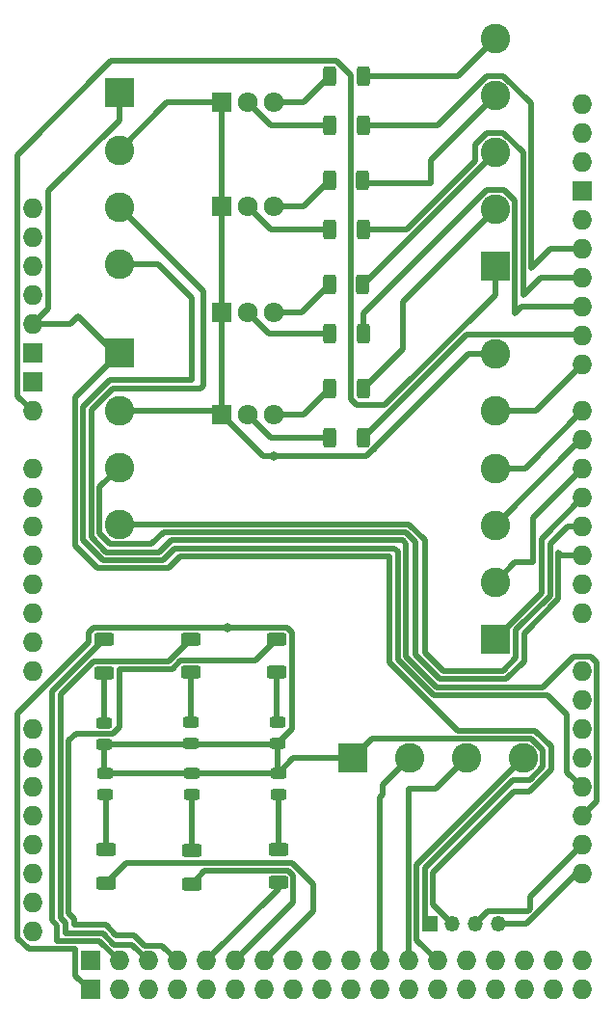
<source format=gbr>
%TF.GenerationSoftware,KiCad,Pcbnew,7.0.6-0*%
%TF.CreationDate,2023-09-22T13:52:59-04:00*%
%TF.ProjectId,SurfaceMounted,53757266-6163-4654-9d6f-756e7465642e,rev?*%
%TF.SameCoordinates,Original*%
%TF.FileFunction,Copper,L1,Top*%
%TF.FilePolarity,Positive*%
%FSLAX46Y46*%
G04 Gerber Fmt 4.6, Leading zero omitted, Abs format (unit mm)*
G04 Created by KiCad (PCBNEW 7.0.6-0) date 2023-09-22 13:52:59*
%MOMM*%
%LPD*%
G01*
G04 APERTURE LIST*
G04 Aperture macros list*
%AMRoundRect*
0 Rectangle with rounded corners*
0 $1 Rounding radius*
0 $2 $3 $4 $5 $6 $7 $8 $9 X,Y pos of 4 corners*
0 Add a 4 corners polygon primitive as box body*
4,1,4,$2,$3,$4,$5,$6,$7,$8,$9,$2,$3,0*
0 Add four circle primitives for the rounded corners*
1,1,$1+$1,$2,$3*
1,1,$1+$1,$4,$5*
1,1,$1+$1,$6,$7*
1,1,$1+$1,$8,$9*
0 Add four rect primitives between the rounded corners*
20,1,$1+$1,$2,$3,$4,$5,0*
20,1,$1+$1,$4,$5,$6,$7,0*
20,1,$1+$1,$6,$7,$8,$9,0*
20,1,$1+$1,$8,$9,$2,$3,0*%
G04 Aperture macros list end*
%TA.AperFunction,ComponentPad*%
%ADD10O,1.727200X1.727200*%
%TD*%
%TA.AperFunction,ComponentPad*%
%ADD11R,1.727200X1.727200*%
%TD*%
%TA.AperFunction,ComponentPad*%
%ADD12R,1.350000X1.350000*%
%TD*%
%TA.AperFunction,ComponentPad*%
%ADD13O,1.350000X1.350000*%
%TD*%
%TA.AperFunction,SMDPad,CuDef*%
%ADD14RoundRect,0.243750X0.456250X-0.243750X0.456250X0.243750X-0.456250X0.243750X-0.456250X-0.243750X0*%
%TD*%
%TA.AperFunction,ComponentPad*%
%ADD15R,2.600000X2.600000*%
%TD*%
%TA.AperFunction,ComponentPad*%
%ADD16C,2.600000*%
%TD*%
%TA.AperFunction,SMDPad,CuDef*%
%ADD17RoundRect,0.250000X-0.312500X-0.625000X0.312500X-0.625000X0.312500X0.625000X-0.312500X0.625000X0*%
%TD*%
%TA.AperFunction,SMDPad,CuDef*%
%ADD18RoundRect,0.250000X-0.625000X0.312500X-0.625000X-0.312500X0.625000X-0.312500X0.625000X0.312500X0*%
%TD*%
%TA.AperFunction,SMDPad,CuDef*%
%ADD19RoundRect,0.243750X-0.456250X0.243750X-0.456250X-0.243750X0.456250X-0.243750X0.456250X0.243750X0*%
%TD*%
%TA.AperFunction,ComponentPad*%
%ADD20R,1.714500X1.800000*%
%TD*%
%TA.AperFunction,ComponentPad*%
%ADD21O,1.714500X1.800000*%
%TD*%
%TA.AperFunction,SMDPad,CuDef*%
%ADD22RoundRect,0.250000X0.625000X-0.312500X0.625000X0.312500X-0.625000X0.312500X-0.625000X-0.312500X0*%
%TD*%
%TA.AperFunction,ViaPad*%
%ADD23C,0.800000*%
%TD*%
%TA.AperFunction,Conductor*%
%ADD24C,0.500000*%
%TD*%
G04 APERTURE END LIST*
D10*
%TO.P,A1,*%
%TO.N,*%
X211073600Y-69344800D03*
%TO.P,A1,3V3,3.3V*%
%TO.N,unconnected-(A1-3.3V-Pad3V3)*%
X211073600Y-76964800D03*
%TO.P,A1,5V1,5V*%
%TO.N,+5V*%
X211073600Y-79504800D03*
%TO.P,A1,5V3,5V*%
%TO.N,unconnected-(A1-5V-Pad5V3)*%
X259333600Y-135384800D03*
%TO.P,A1,5V4,5V*%
%TO.N,unconnected-(A1-5V-Pad5V4)*%
X259333600Y-137924800D03*
%TO.P,A1,A0,A0*%
%TO.N,unconnected-(A1-PadA0)*%
X211073600Y-92204800D03*
%TO.P,A1,A1,A1*%
%TO.N,unconnected-(A1-PadA1)*%
X211073600Y-94744800D03*
%TO.P,A1,A2,A2*%
%TO.N,unconnected-(A1-PadA2)*%
X211073600Y-97284800D03*
%TO.P,A1,A3,A3*%
%TO.N,unconnected-(A1-PadA3)*%
X211073600Y-99824800D03*
%TO.P,A1,A4,A4*%
%TO.N,unconnected-(A1-PadA4)*%
X211073600Y-102364800D03*
%TO.P,A1,A5,A5*%
%TO.N,unconnected-(A1-PadA5)*%
X211073600Y-104904800D03*
%TO.P,A1,A6,A6*%
%TO.N,unconnected-(A1-PadA6)*%
X211073600Y-107444800D03*
%TO.P,A1,A7,A7*%
%TO.N,unconnected-(A1-PadA7)*%
X211073600Y-109984800D03*
%TO.P,A1,A8,A8*%
%TO.N,unconnected-(A1-PadA8)*%
X211073600Y-115064800D03*
%TO.P,A1,A9,A9*%
%TO.N,unconnected-(A1-PadA9)*%
X211073600Y-117604800D03*
%TO.P,A1,A10,A10*%
%TO.N,unconnected-(A1-PadA10)*%
X211073600Y-120144800D03*
%TO.P,A1,A11,A11*%
%TO.N,unconnected-(A1-PadA11)*%
X211073600Y-122684800D03*
%TO.P,A1,A12,A12*%
%TO.N,unconnected-(A1-PadA12)*%
X211073600Y-125224800D03*
%TO.P,A1,A13,A13*%
%TO.N,unconnected-(A1-PadA13)*%
X211073600Y-127764800D03*
%TO.P,A1,A14,A14*%
%TO.N,unconnected-(A1-PadA14)*%
X211073600Y-130304800D03*
%TO.P,A1,A15,A15*%
%TO.N,unconnected-(A1-PadA15)*%
X211073600Y-132844800D03*
%TO.P,A1,AREF,AREF*%
%TO.N,unconnected-(A1-PadAREF)*%
X259333600Y-65280800D03*
%TO.P,A1,D0,D0/RX0*%
%TO.N,unconnected-(A1-D0{slash}RX0-PadD0)*%
X259333600Y-104904800D03*
%TO.P,A1,D1,D1/TX0*%
%TO.N,unconnected-(A1-D1{slash}TX0-PadD1)*%
X259333600Y-102364800D03*
%TO.P,A1,D2,D2_INT0*%
%TO.N,Net-(A1-D2_INT0)*%
X259333600Y-99824800D03*
%TO.P,A1,D3,D3_INT1*%
%TO.N,Net-(A1-D3_INT1)*%
X259333600Y-97284800D03*
%TO.P,A1,D4,D4*%
%TO.N,Net-(Cameras/DAQ/Opto1-Pin_1)*%
X259333600Y-94744800D03*
%TO.P,A1,D5,D5*%
%TO.N,Net-(Cameras/DAQ/Opto1-Pin_2)*%
X259333600Y-92204800D03*
%TO.P,A1,D6,D6*%
%TO.N,Net-(Cameras/DAQ/Opto1-Pin_3)*%
X259333600Y-89664800D03*
%TO.P,A1,D7,D7*%
%TO.N,Net-(Cameras/DAQ/Opto1-Pin_4)*%
X259333600Y-87124800D03*
%TO.P,A1,D8,D8*%
%TO.N,Net-(Cameras/DAQ/Opto1-Pin_5)*%
X259333600Y-83060800D03*
%TO.P,A1,D9,D9*%
%TO.N,Net-(A1-PadD9)*%
X259333600Y-80520800D03*
%TO.P,A1,D10,D10*%
%TO.N,Net-(A1-PadD10)*%
X259333600Y-77980800D03*
%TO.P,A1,D11,D11*%
%TO.N,Net-(A1-PadD11)*%
X259333600Y-75440800D03*
%TO.P,A1,D12,D12*%
%TO.N,Net-(A1-PadD12)*%
X259333600Y-72900800D03*
%TO.P,A1,D13,D13*%
%TO.N,unconnected-(A1-PadD13)*%
X259333600Y-70360800D03*
%TO.P,A1,D14,D14/TX3*%
%TO.N,unconnected-(A1-D14{slash}TX3-PadD14)*%
X259333600Y-109984800D03*
%TO.P,A1,D15,D15/RX3*%
%TO.N,unconnected-(A1-D15{slash}RX3-PadD15)*%
X259333600Y-112524800D03*
%TO.P,A1,D16,D16/TX2*%
%TO.N,unconnected-(A1-D16{slash}TX2-PadD16)*%
X259333600Y-115064800D03*
%TO.P,A1,D17,D17/RX2*%
%TO.N,unconnected-(A1-D17{slash}RX2-PadD17)*%
X259333600Y-117604800D03*
%TO.P,A1,D18,D18/TX1*%
%TO.N,Net-(A1-D18{slash}TX1)*%
X259333600Y-120144800D03*
%TO.P,A1,D19,D19/RX1*%
%TO.N,Net-(A1-D19{slash}RX1)*%
X259333600Y-122684800D03*
%TO.P,A1,D20,D20/SDA*%
%TO.N,Net-(A1-D20{slash}SDA)*%
X259333600Y-125224800D03*
%TO.P,A1,D21,D21/SCL*%
%TO.N,Net-(A1-D21{slash}SCL)*%
X259333600Y-127764800D03*
%TO.P,A1,D22,D22*%
%TO.N,unconnected-(A1-PadD22)*%
X256793600Y-135384800D03*
%TO.P,A1,D23,D23*%
%TO.N,unconnected-(A1-PadD23)*%
X256793600Y-137924800D03*
%TO.P,A1,D24,D24*%
%TO.N,unconnected-(A1-PadD24)*%
X254253600Y-135384800D03*
%TO.P,A1,D25,D25*%
%TO.N,unconnected-(A1-PadD25)*%
X254253600Y-137924800D03*
%TO.P,A1,D26,D26*%
%TO.N,unconnected-(A1-PadD26)*%
X251713600Y-135384800D03*
%TO.P,A1,D27,D27*%
%TO.N,unconnected-(A1-PadD27)*%
X251713600Y-137924800D03*
%TO.P,A1,D28,D28*%
%TO.N,unconnected-(A1-PadD28)*%
X249173600Y-135384800D03*
%TO.P,A1,D29,D29*%
%TO.N,unconnected-(A1-PadD29)*%
X249173600Y-137924800D03*
%TO.P,A1,D30,D30*%
%TO.N,Net-(Other1-Pin_4)*%
X246633600Y-135384800D03*
%TO.P,A1,D31,D31*%
%TO.N,unconnected-(A1-PadD31)*%
X246633600Y-137924800D03*
%TO.P,A1,D32,D32*%
%TO.N,Net-(Other1-Pin_3)*%
X244093600Y-135384800D03*
%TO.P,A1,D33,D33*%
%TO.N,unconnected-(A1-PadD33)*%
X244093600Y-137924800D03*
%TO.P,A1,D34,D34*%
%TO.N,Net-(Other1-Pin_2)*%
X241553600Y-135384800D03*
%TO.P,A1,D35,D35*%
%TO.N,unconnected-(A1-PadD35)*%
X241553600Y-137924800D03*
%TO.P,A1,D36,D36*%
%TO.N,unconnected-(A1-PadD36)*%
X239013600Y-135384800D03*
%TO.P,A1,D37,D37*%
%TO.N,unconnected-(A1-PadD37)*%
X239013600Y-137924800D03*
%TO.P,A1,D38,D38*%
%TO.N,unconnected-(A1-PadD38)*%
X236473600Y-135384800D03*
%TO.P,A1,D39,D39*%
%TO.N,unconnected-(A1-PadD39)*%
X236473600Y-137924800D03*
%TO.P,A1,D40,D40*%
%TO.N,unconnected-(A1-PadD40)*%
X233933600Y-135384800D03*
%TO.P,A1,D41,D41*%
%TO.N,unconnected-(A1-PadD41)*%
X233933600Y-137924800D03*
%TO.P,A1,D42,D42*%
%TO.N,Net-(A1-PadD42)*%
X231393600Y-135384800D03*
%TO.P,A1,D43,D43*%
%TO.N,unconnected-(A1-PadD43)*%
X231393600Y-137924800D03*
%TO.P,A1,D44,D44*%
%TO.N,Net-(A1-PadD44)*%
X228853600Y-135384800D03*
%TO.P,A1,D45,D45*%
%TO.N,unconnected-(A1-PadD45)*%
X228853600Y-137924800D03*
%TO.P,A1,D46,D46*%
%TO.N,Net-(A1-PadD46)*%
X226313600Y-135384800D03*
%TO.P,A1,D47,D47*%
%TO.N,unconnected-(A1-PadD47)*%
X226313600Y-137924800D03*
%TO.P,A1,D48,D48*%
%TO.N,Net-(A1-PadD48)*%
X223773600Y-135384800D03*
%TO.P,A1,D49,D49*%
%TO.N,unconnected-(A1-PadD49)*%
X223773600Y-137924800D03*
%TO.P,A1,D50,D50_MISO*%
%TO.N,Net-(A1-D50_MISO)*%
X221233600Y-135384800D03*
%TO.P,A1,D51,D51_MOSI*%
%TO.N,unconnected-(A1-D51_MOSI-PadD51)*%
X221233600Y-137924800D03*
%TO.P,A1,D52,D52_SCK*%
%TO.N,Net-(A1-D52_SCK)*%
X218693600Y-135384800D03*
%TO.P,A1,D53,D53_CS*%
%TO.N,unconnected-(A1-D53_CS-PadD53)*%
X218693600Y-137924800D03*
D11*
%TO.P,A1,GND1,GND*%
%TO.N,unconnected-(A1-GND-PadGND1)*%
X259333600Y-67820800D03*
%TO.P,A1,GND2,GND*%
%TO.N,unconnected-(A1-GND-PadGND2)*%
X211073600Y-82044800D03*
%TO.P,A1,GND3,GND*%
%TO.N,unconnected-(A1-GND-PadGND3)*%
X211073600Y-84584800D03*
%TO.P,A1,GND5,GND*%
%TO.N,unconnected-(A1-GND-PadGND5)*%
X216153600Y-135384800D03*
%TO.P,A1,GND6,GND*%
%TO.N,GND*%
X216153600Y-137924800D03*
D10*
%TO.P,A1,IORF,IOREF*%
%TO.N,unconnected-(A1-IOREF-PadIORF)*%
X211073600Y-71884800D03*
%TO.P,A1,RST1,RESET*%
%TO.N,unconnected-(A1-RESET-PadRST1)*%
X211073600Y-74424800D03*
%TO.P,A1,SCL,SCL*%
%TO.N,unconnected-(A1-PadSCL)*%
X259333600Y-60200800D03*
%TO.P,A1,SDA,SDA*%
%TO.N,unconnected-(A1-PadSDA)*%
X259333600Y-62740800D03*
%TO.P,A1,VIN,VIN*%
%TO.N,VCC*%
X211073600Y-87124800D03*
%TD*%
D12*
%TO.P,Real_Time_Clock,1,Pin_1*%
%TO.N,GND*%
X245961400Y-132156200D03*
D13*
%TO.P,Real_Time_Clock,2,Pin_2*%
%TO.N,+5V*%
X247961400Y-132156200D03*
%TO.P,Real_Time_Clock,3,Pin_3*%
%TO.N,Net-(A1-D20{slash}SDA)*%
X249961400Y-132156200D03*
%TO.P,Real_Time_Clock,4,Pin_4*%
%TO.N,Net-(A1-D21{slash}SCL)*%
X251961400Y-132156200D03*
%TD*%
D14*
%TO.P,V_LED4,1,K*%
%TO.N,GND*%
X232613200Y-116281200D03*
%TO.P,V_LED4,2,A*%
%TO.N,Net-(V_LED4-A)*%
X232613200Y-114406200D03*
%TD*%
D15*
%TO.P,UV_Leds/IR_LEDs,1,Pin_1*%
%TO.N,VCC*%
X251714000Y-74422000D03*
D16*
%TO.P,UV_Leds/IR_LEDs,2,Pin_2*%
%TO.N,Net-(UV_Leds/IR_LEDs1-Pin_2)*%
X251714000Y-69422000D03*
%TO.P,UV_Leds/IR_LEDs,3,Pin_3*%
%TO.N,Net-(UV_Leds/IR_LEDs1-Pin_3)*%
X251714000Y-64422000D03*
%TO.P,UV_Leds/IR_LEDs,4,Pin_4*%
%TO.N,Net-(UV_Leds/IR_LEDs1-Pin_4)*%
X251714000Y-59422000D03*
%TO.P,UV_Leds/IR_LEDs,5,Pin_5*%
%TO.N,Net-(UV_Leds/IR_LEDs1-Pin_5)*%
X251714000Y-54422000D03*
%TD*%
D15*
%TO.P,Rotary_Encoder1,1,Pin_1*%
%TO.N,+5V*%
X218694000Y-59182000D03*
D16*
%TO.P,Rotary_Encoder1,2,Pin_2*%
%TO.N,GND*%
X218694000Y-64182000D03*
%TO.P,Rotary_Encoder1,3,Pin_3*%
%TO.N,Net-(A1-D19{slash}RX1)*%
X218694000Y-69182000D03*
%TO.P,Rotary_Encoder1,4,Pin_4*%
%TO.N,Net-(A1-D18{slash}TX1)*%
X218694000Y-74182000D03*
%TD*%
D15*
%TO.P,Rotary_Encoder2,1,Pin_1*%
%TO.N,+5V*%
X218694000Y-82042000D03*
D16*
%TO.P,Rotary_Encoder2,2,Pin_2*%
%TO.N,GND*%
X218694000Y-87042000D03*
%TO.P,Rotary_Encoder2,3,Pin_3*%
%TO.N,Net-(A1-D2_INT0)*%
X218694000Y-92042000D03*
%TO.P,Rotary_Encoder2,4,Pin_4*%
%TO.N,Net-(A1-D3_INT1)*%
X218694000Y-97042000D03*
%TD*%
D14*
%TO.P,V_LED6,1,K*%
%TO.N,GND*%
X217393200Y-116348700D03*
%TO.P,V_LED6,2,A*%
%TO.N,Net-(V_LED6-A)*%
X217393200Y-114473700D03*
%TD*%
D17*
%TO.P,R1,1*%
%TO.N,Net-(Q1-B)*%
X237206600Y-89458800D03*
%TO.P,R1,2*%
%TO.N,Net-(A1-PadD9)*%
X240131600Y-89458800D03*
%TD*%
D18*
%TO.P,V_LED_R3,1*%
%TO.N,Net-(V_LED3-A)*%
X232660000Y-125580000D03*
%TO.P,V_LED_R3,2*%
%TO.N,Net-(A1-PadD46)*%
X232660000Y-128505000D03*
%TD*%
D19*
%TO.P,V_LED1,1,K*%
%TO.N,GND*%
X217424000Y-118922800D03*
%TO.P,V_LED1,2,A*%
%TO.N,Net-(V_LED1-A)*%
X217424000Y-120797800D03*
%TD*%
D17*
%TO.P,R6,1*%
%TO.N,Net-(Q3-B)*%
X237200000Y-62030000D03*
%TO.P,R6,2*%
%TO.N,Net-(A1-PadD12)*%
X240125000Y-62030000D03*
%TD*%
D19*
%TO.P,V_LED2,1,K*%
%TO.N,GND*%
X225040000Y-118922500D03*
%TO.P,V_LED2,2,A*%
%TO.N,Net-(V_LED2-A)*%
X225040000Y-120797500D03*
%TD*%
D15*
%TO.P,Other,1,Pin_1*%
%TO.N,GND*%
X239174000Y-117602000D03*
D16*
%TO.P,Other,2,Pin_2*%
%TO.N,Net-(Other1-Pin_2)*%
X244174000Y-117602000D03*
%TO.P,Other,3,Pin_3*%
%TO.N,Net-(Other1-Pin_3)*%
X249174000Y-117602000D03*
%TO.P,Other,4,Pin_4*%
%TO.N,Net-(Other1-Pin_4)*%
X254174000Y-117602000D03*
%TD*%
D20*
%TO.P,Q3,1,E*%
%TO.N,GND*%
X227685600Y-59994800D03*
D21*
%TO.P,Q3,2,B*%
%TO.N,Net-(Q3-B)*%
X229971600Y-59994800D03*
%TO.P,Q3,3,C*%
%TO.N,Net-(Q3-C)*%
X232257600Y-59994800D03*
%TD*%
D17*
%TO.P,R2,1*%
%TO.N,Net-(Q4-B)*%
X237210600Y-80314800D03*
%TO.P,R2,2*%
%TO.N,Net-(A1-PadD10)*%
X240135600Y-80314800D03*
%TD*%
D18*
%TO.P,V_LED_R2,1*%
%TO.N,Net-(V_LED2-A)*%
X225080000Y-125690000D03*
%TO.P,V_LED_R2,2*%
%TO.N,Net-(A1-PadD44)*%
X225080000Y-128615000D03*
%TD*%
D22*
%TO.P,V_LED_R4,1*%
%TO.N,Net-(V_LED4-A)*%
X232562400Y-110062200D03*
%TO.P,V_LED_R4,2*%
%TO.N,Net-(A1-PadD48)*%
X232562400Y-107137200D03*
%TD*%
D19*
%TO.P,V_LED3,1,K*%
%TO.N,GND*%
X232664000Y-118930000D03*
%TO.P,V_LED3,2,A*%
%TO.N,Net-(V_LED3-A)*%
X232664000Y-120805000D03*
%TD*%
D17*
%TO.P,R4,1*%
%TO.N,Net-(Q2-B)*%
X237210600Y-71170800D03*
%TO.P,R4,2*%
%TO.N,Net-(A1-PadD11)*%
X240135600Y-71170800D03*
%TD*%
D20*
%TO.P,Q2,1,E*%
%TO.N,GND*%
X227685600Y-69138800D03*
D21*
%TO.P,Q2,2,B*%
%TO.N,Net-(Q2-B)*%
X229971600Y-69138800D03*
%TO.P,Q2,3,C*%
%TO.N,Net-(Q2-C)*%
X232257600Y-69138800D03*
%TD*%
D17*
%TO.P,R3,1*%
%TO.N,Net-(Q1-C)*%
X237206600Y-85140800D03*
%TO.P,R3,2*%
%TO.N,Net-(UV_Leds/IR_LEDs1-Pin_2)*%
X240131600Y-85140800D03*
%TD*%
%TO.P,R5,1*%
%TO.N,Net-(Q4-C)*%
X237159800Y-75996800D03*
%TO.P,R5,2*%
%TO.N,Net-(UV_Leds/IR_LEDs1-Pin_3)*%
X240084800Y-75996800D03*
%TD*%
%TO.P,R7,1*%
%TO.N,Net-(Q2-C)*%
X237147500Y-66850000D03*
%TO.P,R7,2*%
%TO.N,Net-(UV_Leds/IR_LEDs1-Pin_4)*%
X240072500Y-66850000D03*
%TD*%
D18*
%TO.P,V_LED_R1,1*%
%TO.N,Net-(V_LED1-A)*%
X217520000Y-125630000D03*
%TO.P,V_LED_R1,2*%
%TO.N,Net-(A1-PadD42)*%
X217520000Y-128555000D03*
%TD*%
D22*
%TO.P,V_LED_R5,1*%
%TO.N,Net-(V_LED5-A)*%
X224993200Y-110062200D03*
%TO.P,V_LED_R5,2*%
%TO.N,Net-(A1-D50_MISO)*%
X224993200Y-107137200D03*
%TD*%
%TO.P,V_LED_R6,1*%
%TO.N,Net-(V_LED6-A)*%
X217373200Y-110072900D03*
%TO.P,V_LED_R6,2*%
%TO.N,Net-(A1-D52_SCK)*%
X217373200Y-107147900D03*
%TD*%
D14*
%TO.P,V_LED5,1,K*%
%TO.N,GND*%
X224983200Y-116301200D03*
%TO.P,V_LED5,2,A*%
%TO.N,Net-(V_LED5-A)*%
X224983200Y-114426200D03*
%TD*%
D20*
%TO.P,Q4,1,E*%
%TO.N,GND*%
X227685600Y-78435200D03*
D21*
%TO.P,Q4,2,B*%
%TO.N,Net-(Q4-B)*%
X229971600Y-78435200D03*
%TO.P,Q4,3,C*%
%TO.N,Net-(Q4-C)*%
X232257600Y-78435200D03*
%TD*%
D20*
%TO.P,Q1,1,E*%
%TO.N,GND*%
X227685600Y-87426800D03*
D21*
%TO.P,Q1,2,B*%
%TO.N,Net-(Q1-B)*%
X229971600Y-87426800D03*
%TO.P,Q1,3,C*%
%TO.N,Net-(Q1-C)*%
X232257600Y-87426800D03*
%TD*%
D15*
%TO.P,Cameras/DAQ/Opto,1,Pin_1*%
%TO.N,Net-(Cameras/DAQ/Opto1-Pin_1)*%
X251714000Y-107122000D03*
D16*
%TO.P,Cameras/DAQ/Opto,2,Pin_2*%
%TO.N,Net-(Cameras/DAQ/Opto1-Pin_2)*%
X251714000Y-102122000D03*
%TO.P,Cameras/DAQ/Opto,3,Pin_3*%
%TO.N,Net-(Cameras/DAQ/Opto1-Pin_3)*%
X251714000Y-97122000D03*
%TO.P,Cameras/DAQ/Opto,4,Pin_4*%
%TO.N,Net-(Cameras/DAQ/Opto1-Pin_4)*%
X251714000Y-92122000D03*
%TO.P,Cameras/DAQ/Opto,5,Pin_5*%
%TO.N,Net-(Cameras/DAQ/Opto1-Pin_5)*%
X251714000Y-87122000D03*
%TO.P,Cameras/DAQ/Opto,6,Pin_6*%
%TO.N,GND*%
X251714000Y-82122000D03*
%TD*%
D17*
%TO.P,R8,1*%
%TO.N,Net-(Q3-C)*%
X237210000Y-57710000D03*
%TO.P,R8,2*%
%TO.N,Net-(UV_Leds/IR_LEDs1-Pin_5)*%
X240135000Y-57710000D03*
%TD*%
D23*
%TO.N,GND*%
X232250000Y-91084400D03*
X228200000Y-106124700D03*
%TD*%
D24*
%TO.N,+5V*%
X242466213Y-109215210D02*
X242466213Y-99861600D01*
X214844000Y-85892000D02*
X218694000Y-82042000D01*
X212496400Y-78082000D02*
X211073600Y-79504800D01*
X256624000Y-118616824D02*
X256624000Y-116587176D01*
X214844000Y-98918400D02*
X214844000Y-85892000D01*
X247961400Y-132156200D02*
X246236400Y-130431200D01*
X256624000Y-116587176D02*
X255188824Y-115152000D01*
X215087200Y-78790800D02*
X214373200Y-79504800D01*
X246236400Y-130431200D02*
X246236400Y-127651600D01*
X255188824Y-115152000D02*
X248403003Y-115152000D01*
X224078800Y-99861600D02*
X223048400Y-100892000D01*
X216817600Y-100892000D02*
X214844000Y-98918400D01*
X248403003Y-115152000D02*
X242466213Y-109215210D01*
X218694000Y-59182000D02*
X218694000Y-61569600D01*
X212496400Y-67767200D02*
X212496400Y-78082000D01*
X246236400Y-127651600D02*
X253390400Y-120497600D01*
X218338400Y-82042000D02*
X215087200Y-78790800D01*
X218694000Y-82042000D02*
X218338400Y-82042000D01*
X218694000Y-61569600D02*
X212496400Y-67767200D01*
X253390400Y-120497600D02*
X254743224Y-120497600D01*
X242466213Y-99861600D02*
X224078800Y-99861600D01*
X254743224Y-120497600D02*
X256624000Y-118616824D01*
X223048400Y-100892000D02*
X216817600Y-100892000D01*
X214373200Y-79504800D02*
X211073600Y-79504800D01*
%TO.N,Net-(A1-D2_INT0)*%
X243869176Y-97742000D02*
X244754400Y-98627224D01*
X216944000Y-97868800D02*
X217867200Y-98792000D01*
X216944000Y-93792000D02*
X216944000Y-97868800D01*
X254242800Y-109083149D02*
X254242800Y-106614350D01*
X254242800Y-106614350D02*
X257240000Y-103617149D01*
X246852050Y-110631200D02*
X252694750Y-110631200D01*
X252694750Y-110631200D02*
X254242800Y-109083149D01*
X257496800Y-99824800D02*
X259333600Y-99824800D01*
X222605600Y-97742000D02*
X243869176Y-97742000D01*
X257240000Y-103617149D02*
X257240000Y-99568000D01*
X221555600Y-98792000D02*
X222605600Y-97742000D01*
X244754400Y-98627224D02*
X244754400Y-108533550D01*
X244754400Y-108533550D02*
X246852050Y-110631200D01*
X218694000Y-92042000D02*
X216944000Y-93792000D01*
X217867200Y-98792000D02*
X221555600Y-98792000D01*
X257240000Y-99568000D02*
X257496800Y-99824800D01*
%TO.N,Net-(A1-D3_INT1)*%
X252404800Y-109931200D02*
X253542800Y-108793200D01*
X245567200Y-98450074D02*
X245567200Y-108356400D01*
X253542800Y-106324400D02*
X256540000Y-103327200D01*
X253542800Y-108793200D02*
X253542800Y-106324400D01*
X244159126Y-97042000D02*
X245567200Y-98450074D01*
X256540000Y-103327200D02*
X256540000Y-98806000D01*
X258061200Y-97284800D02*
X259333600Y-97284800D01*
X247142000Y-109931200D02*
X252404800Y-109931200D01*
X218694000Y-97042000D02*
X244159126Y-97042000D01*
X245567200Y-108356400D02*
X247142000Y-109931200D01*
X256540000Y-98806000D02*
X258061200Y-97284800D01*
%TO.N,Net-(Cameras/DAQ/Opto1-Pin_1)*%
X251714000Y-107122000D02*
X255766800Y-103069200D01*
X255766800Y-98311600D02*
X259333600Y-94744800D01*
X255766800Y-103069200D02*
X255766800Y-98311600D01*
%TO.N,Net-(Cameras/DAQ/Opto1-Pin_2)*%
X255066800Y-100380800D02*
X253455200Y-100380800D01*
X255066800Y-96471600D02*
X255066800Y-100380800D01*
X253455200Y-100380800D02*
X251714000Y-102122000D01*
X259333600Y-92204800D02*
X255066800Y-96471600D01*
%TO.N,Net-(Cameras/DAQ/Opto1-Pin_3)*%
X259171200Y-89664800D02*
X259333600Y-89664800D01*
X251714000Y-97122000D02*
X259171200Y-89664800D01*
%TO.N,Net-(Cameras/DAQ/Opto1-Pin_4)*%
X251714000Y-92122000D02*
X254336400Y-92122000D01*
X254336400Y-92122000D02*
X259333600Y-87124800D01*
%TO.N,Net-(Cameras/DAQ/Opto1-Pin_5)*%
X255272400Y-87122000D02*
X259333600Y-83060800D01*
X251714000Y-87122000D02*
X255272400Y-87122000D01*
%TO.N,Net-(A1-PadD9)*%
X249218400Y-80372000D02*
X259184800Y-80372000D01*
X240131600Y-89458800D02*
X249218400Y-80372000D01*
X259184800Y-80372000D02*
X259333600Y-80520800D01*
%TO.N,Net-(A1-PadD10)*%
X240135600Y-80314800D02*
X240135600Y-78525526D01*
X253464000Y-68653600D02*
X253464000Y-78564800D01*
X240135600Y-78525526D02*
X250989126Y-67672000D01*
X250989126Y-67672000D02*
X252482400Y-67672000D01*
X252482400Y-67672000D02*
X253464000Y-68653600D01*
X253464000Y-78564800D02*
X254048000Y-77980800D01*
X254048000Y-77980800D02*
X259333600Y-77980800D01*
%TO.N,Net-(A1-PadD11)*%
X250989126Y-62672000D02*
X252438874Y-62672000D01*
X240135600Y-71170800D02*
X243940074Y-71170800D01*
X252438874Y-62672000D02*
X254164000Y-64397126D01*
X254164000Y-76962000D02*
X255685200Y-75440800D01*
X243940074Y-71170800D02*
X249964000Y-65146874D01*
X255685200Y-75440800D02*
X259333600Y-75440800D01*
X254164000Y-64397126D02*
X254164000Y-76962000D01*
X249964000Y-63697126D02*
X250989126Y-62672000D01*
X249964000Y-65146874D02*
X249964000Y-63697126D01*
%TO.N,Net-(A1-PadD12)*%
X254863600Y-74574400D02*
X256537200Y-72900800D01*
X252438874Y-57672000D02*
X254863600Y-60096726D01*
X240125000Y-62030000D02*
X246631126Y-62030000D01*
X250989126Y-57672000D02*
X252438874Y-57672000D01*
X246631126Y-62030000D02*
X250989126Y-57672000D01*
X254863600Y-60096726D02*
X254863600Y-74574400D01*
X256537200Y-72900800D02*
X259333600Y-72900800D01*
%TO.N,Net-(A1-D18{slash}TX1)*%
X225094800Y-77165200D02*
X225094800Y-84378800D01*
X246294551Y-112053600D02*
X256325600Y-112053600D01*
X222111600Y-74182000D02*
X225094800Y-77165200D01*
X225094800Y-84378800D02*
X217892376Y-84378800D01*
X243166213Y-99466400D02*
X243166213Y-108925261D01*
X215544000Y-86727176D02*
X215544000Y-98448699D01*
X218694000Y-74182000D02*
X222111600Y-74182000D01*
X258020000Y-113748000D02*
X258020000Y-118831200D01*
X256325600Y-112053600D02*
X258020000Y-113748000D01*
X222505949Y-100192000D02*
X223536350Y-99161600D01*
X242861413Y-99161600D02*
X243166213Y-99466400D01*
X215544000Y-98448699D02*
X217287301Y-100192000D01*
X243166213Y-108925261D02*
X246294551Y-112053600D01*
X258020000Y-118831200D02*
X259333600Y-120144800D01*
X217892376Y-84378800D02*
X215544000Y-86727176D01*
X223536350Y-99161600D02*
X242861413Y-99161600D01*
X217287301Y-100192000D02*
X222505949Y-100192000D01*
%TO.N,Net-(A1-D19{slash}RX1)*%
X225856800Y-85140800D02*
X218120326Y-85140800D01*
X223266000Y-98442000D02*
X243579226Y-98442000D01*
X255930400Y-111353600D02*
X258612800Y-108671200D01*
X217577251Y-99492000D02*
X222216000Y-99492000D01*
X226092800Y-76580800D02*
X226092800Y-84904800D01*
X243579226Y-98442000D02*
X243866213Y-98728987D01*
X243866213Y-108635312D02*
X246584501Y-111353600D01*
X246584501Y-111353600D02*
X255930400Y-111353600D01*
X243866213Y-98728987D02*
X243866213Y-108635312D01*
X260106000Y-108671200D02*
X260647200Y-109212400D01*
X226092800Y-84904800D02*
X225856800Y-85140800D01*
X218120326Y-85140800D02*
X216244000Y-87017126D01*
X260647200Y-109212400D02*
X260647200Y-121371200D01*
X222216000Y-99492000D02*
X223266000Y-98442000D01*
X216244000Y-98158750D02*
X217577251Y-99492000D01*
X260647200Y-121371200D02*
X259333600Y-122684800D01*
X218694000Y-69182000D02*
X226092800Y-76580800D01*
X258612800Y-108671200D02*
X260106000Y-108671200D01*
X216244000Y-87017126D02*
X216244000Y-98158750D01*
%TO.N,Net-(A1-D20{slash}SDA)*%
X249961400Y-132156200D02*
X251086400Y-131031200D01*
X254591600Y-131031200D02*
X254762000Y-130860800D01*
X251086400Y-131031200D02*
X254591600Y-131031200D01*
X254762000Y-130860800D02*
X254762000Y-129796400D01*
X254762000Y-129796400D02*
X259333600Y-125224800D01*
%TO.N,Net-(A1-D21{slash}SCL)*%
X254456550Y-132156200D02*
X258847950Y-127764800D01*
X258847950Y-127764800D02*
X259333600Y-127764800D01*
X251961400Y-132156200D02*
X254456550Y-132156200D01*
%TO.N,Net-(Other1-Pin_4)*%
X254174000Y-117602000D02*
X244836400Y-126939600D01*
X244836400Y-133587600D02*
X246633600Y-135384800D01*
X244836400Y-126939600D02*
X244836400Y-133587600D01*
%TO.N,Net-(Other1-Pin_3)*%
X249174000Y-117602000D02*
X246532400Y-120243600D01*
X246532400Y-120243600D02*
X244144800Y-120243600D01*
X244144800Y-120243600D02*
X244093600Y-120294800D01*
X244093600Y-120294800D02*
X244093600Y-135384800D01*
%TO.N,Net-(Other1-Pin_2)*%
X241553600Y-121056800D02*
X241553600Y-135384800D01*
X244174000Y-117602000D02*
X241858800Y-119917200D01*
X241858800Y-120751600D02*
X241553600Y-121056800D01*
X241858800Y-119917200D02*
X241858800Y-120751600D01*
%TO.N,Net-(A1-PadD42)*%
X235712000Y-128639601D02*
X235712000Y-131066400D01*
X235712000Y-131066400D02*
X231393600Y-135384800D01*
X217520000Y-128555000D02*
X219282500Y-126792500D01*
X219282500Y-126792500D02*
X233864899Y-126792500D01*
X233864899Y-126792500D02*
X235712000Y-128639601D01*
%TO.N,Net-(A1-PadD44)*%
X233574949Y-127492500D02*
X233985000Y-127902551D01*
X226202500Y-127492500D02*
X233574949Y-127492500D01*
X225080000Y-128615000D02*
X226202500Y-127492500D01*
X233985000Y-130253400D02*
X228853600Y-135384800D01*
X233985000Y-127902551D02*
X233985000Y-130253400D01*
%TO.N,Net-(A1-PadD46)*%
X232660000Y-129038400D02*
X232660000Y-128505000D01*
X226313600Y-135384800D02*
X232660000Y-129038400D01*
%TO.N,Net-(A1-PadD48)*%
X214720399Y-132232400D02*
X217521099Y-132232400D01*
X214275575Y-131215225D02*
X214720400Y-131660050D01*
X230649900Y-109049700D02*
X224078251Y-109049700D01*
X223349151Y-109778800D02*
X218698200Y-109778800D01*
X223773600Y-135384800D02*
X222460000Y-134071200D01*
X214275575Y-116026025D02*
X214275575Y-131215225D01*
X232562400Y-107137200D02*
X230649900Y-109049700D01*
X218136811Y-115411200D02*
X214890400Y-115411200D01*
X218412349Y-133123651D02*
X219962401Y-133123651D01*
X214720400Y-131660050D02*
X214720399Y-132232400D01*
X217521099Y-132232400D02*
X218412349Y-133123651D01*
X222460000Y-134071200D02*
X220939975Y-134071200D01*
X214890400Y-115411200D02*
X214275575Y-116026025D01*
X218698200Y-114849811D02*
X218136811Y-115411200D01*
X224078251Y-109049700D02*
X223349151Y-109778800D01*
X218698200Y-109778800D02*
X218698200Y-114849811D01*
X219962401Y-133123651D02*
X220939975Y-134101225D01*
%TO.N,Net-(A1-D50_MISO)*%
X219797625Y-133948825D02*
X221233600Y-135384800D01*
X216458251Y-109060400D02*
X213575575Y-111943076D01*
X213575575Y-111943076D02*
X213575575Y-131610425D01*
X214020400Y-132055251D02*
X214020400Y-132954800D01*
X217253550Y-132954800D02*
X218247574Y-133948825D01*
X224993200Y-107137200D02*
X223070000Y-109060400D01*
X218247574Y-133948825D02*
X219797625Y-133948825D01*
X213575575Y-131610425D02*
X214020400Y-132055251D01*
X223070000Y-109060400D02*
X216458251Y-109060400D01*
X214020400Y-132954800D02*
X217253550Y-132954800D01*
%TO.N,Net-(A1-D52_SCK)*%
X218693600Y-135384800D02*
X216963600Y-133654800D01*
X213258400Y-133654800D02*
X213258400Y-132283200D01*
X217373200Y-107147900D02*
X212801200Y-111719900D01*
X212801200Y-111719900D02*
X212801200Y-131826000D01*
X216963600Y-133654800D02*
X213258400Y-133654800D01*
X213258400Y-132283200D02*
X212801200Y-131826000D01*
%TO.N,GND*%
X218694000Y-64182000D02*
X222881200Y-59994800D01*
X249398800Y-82122000D02*
X251714000Y-82122000D01*
X227685600Y-78435200D02*
X227685600Y-87426800D01*
X232613200Y-118879200D02*
X232664000Y-118930000D01*
X227685600Y-59994800D02*
X227685600Y-78435200D01*
X217393200Y-116348700D02*
X232545700Y-116348700D01*
X217393200Y-118892000D02*
X217424000Y-118922800D01*
X233887400Y-115007000D02*
X232613200Y-116281200D01*
X217393200Y-116348700D02*
X217393200Y-118892000D01*
X240436400Y-91084400D02*
X249398800Y-82122000D01*
X222881200Y-59994800D02*
X227685600Y-59994800D01*
X255924000Y-118326874D02*
X254771499Y-119479375D01*
X216468951Y-106124700D02*
X228200000Y-106124700D01*
X253286575Y-119479375D02*
X245536400Y-127229550D01*
X232613200Y-116281200D02*
X232613200Y-118879200D01*
X254771499Y-119479375D02*
X253286575Y-119479375D01*
X214822000Y-134354800D02*
X210725889Y-134354800D01*
X216153600Y-137924800D02*
X216066400Y-137924800D01*
X209760000Y-113683600D02*
X216001600Y-107442000D01*
X232545700Y-116348700D02*
X232613200Y-116281200D01*
X217424000Y-118922800D02*
X232656800Y-118922800D01*
X214840000Y-136698400D02*
X214840000Y-134372800D01*
X227300800Y-87042000D02*
X227685600Y-87426800D01*
X245536400Y-131731200D02*
X245961400Y-132156200D01*
X216001600Y-106592051D02*
X216468951Y-106124700D01*
X216001600Y-107442000D02*
X216001600Y-106592051D01*
X227685600Y-87426800D02*
X231343200Y-91084400D01*
X233477349Y-106124700D02*
X233887400Y-106534751D01*
X239174000Y-117602000D02*
X240924000Y-115852000D01*
X209760000Y-133388911D02*
X209760000Y-113683600D01*
X240436400Y-91084400D02*
X241148800Y-90372000D01*
X214840000Y-134372800D02*
X214822000Y-134354800D01*
X231343200Y-91084400D02*
X232250000Y-91084400D01*
X233992000Y-117602000D02*
X239174000Y-117602000D01*
X255924000Y-116877126D02*
X255924000Y-118326874D01*
X245536400Y-127229550D02*
X245536400Y-131731200D01*
X218694000Y-87042000D02*
X227300800Y-87042000D01*
X210725889Y-134354800D02*
X209760000Y-133388911D01*
X232664000Y-118930000D02*
X233992000Y-117602000D01*
X216066400Y-137924800D02*
X214840000Y-136698400D01*
X228200000Y-106124700D02*
X233477349Y-106124700D01*
X240924000Y-115852000D02*
X254898874Y-115852000D01*
X254898874Y-115852000D02*
X255924000Y-116877126D01*
X232656800Y-118922800D02*
X232664000Y-118930000D01*
X233887400Y-106534751D02*
X233887400Y-115007000D01*
X232250000Y-91084400D02*
X240436400Y-91084400D01*
%TO.N,VCC*%
X251714000Y-76886450D02*
X251714000Y-74422000D01*
X211073600Y-87124800D02*
X209760000Y-85811200D01*
X237812449Y-56385000D02*
X239060000Y-57632551D01*
X239060000Y-86050400D02*
X239572800Y-86563200D01*
X239060000Y-57632551D02*
X239060000Y-86050400D01*
X242037250Y-86563200D02*
X251714000Y-76886450D01*
X209760000Y-64616000D02*
X217991000Y-56385000D01*
X217991000Y-56385000D02*
X237812449Y-56385000D01*
X209760000Y-85811200D02*
X209760000Y-64616000D01*
X239572800Y-86563200D02*
X242037250Y-86563200D01*
%TO.N,Net-(Q1-B)*%
X232003600Y-89458800D02*
X229971600Y-87426800D01*
X237206600Y-89458800D02*
X232003600Y-89458800D01*
%TO.N,Net-(Q1-C)*%
X237206600Y-85140800D02*
X234920600Y-87426800D01*
X234920600Y-87426800D02*
X232257600Y-87426800D01*
%TO.N,Net-(Q2-B)*%
X232003600Y-71170800D02*
X229971600Y-69138800D01*
X237210600Y-71170800D02*
X232003600Y-71170800D01*
%TO.N,Net-(Q2-C)*%
X237147500Y-66850000D02*
X234858700Y-69138800D01*
X234858700Y-69138800D02*
X232257600Y-69138800D01*
%TO.N,Net-(Q3-B)*%
X237200000Y-62030000D02*
X232006800Y-62030000D01*
X232006800Y-62030000D02*
X229971600Y-59994800D01*
%TO.N,Net-(Q3-C)*%
X237210000Y-57710000D02*
X234925200Y-59994800D01*
X234925200Y-59994800D02*
X232257600Y-59994800D01*
%TO.N,Net-(Q4-B)*%
X237210600Y-80314800D02*
X231851200Y-80314800D01*
X231851200Y-80314800D02*
X229971600Y-78435200D01*
%TO.N,Net-(Q4-C)*%
X234721400Y-78435200D02*
X232257600Y-78435200D01*
X237159800Y-75996800D02*
X234721400Y-78435200D01*
%TO.N,Net-(UV_Leds/IR_LEDs1-Pin_2)*%
X243586000Y-81686400D02*
X243586000Y-77550000D01*
X243586000Y-77550000D02*
X251714000Y-69422000D01*
X240131600Y-85140800D02*
X243586000Y-81686400D01*
%TO.N,Net-(UV_Leds/IR_LEDs1-Pin_3)*%
X240139200Y-75996800D02*
X251714000Y-64422000D01*
X240084800Y-75996800D02*
X240139200Y-75996800D01*
%TO.N,Net-(UV_Leds/IR_LEDs1-Pin_4)*%
X246075200Y-67106800D02*
X246075200Y-65060800D01*
X246075200Y-65060800D02*
X251714000Y-59422000D01*
X240329300Y-67106800D02*
X246075200Y-67106800D01*
X240072500Y-66850000D02*
X240329300Y-67106800D01*
%TO.N,Net-(UV_Leds/IR_LEDs1-Pin_5)*%
X240135000Y-57710000D02*
X248426000Y-57710000D01*
X248426000Y-57710000D02*
X251714000Y-54422000D01*
%TO.N,Net-(V_LED1-A)*%
X217520000Y-125630000D02*
X217520000Y-120893800D01*
X217520000Y-120893800D02*
X217424000Y-120797800D01*
%TO.N,Net-(V_LED2-A)*%
X225040000Y-120797500D02*
X225040000Y-125650000D01*
X225040000Y-125650000D02*
X225080000Y-125690000D01*
%TO.N,Net-(V_LED3-A)*%
X232664000Y-120805000D02*
X232664000Y-125576000D01*
X232664000Y-125576000D02*
X232660000Y-125580000D01*
%TO.N,Net-(V_LED4-A)*%
X232562400Y-114355400D02*
X232613200Y-114406200D01*
X232562400Y-110062200D02*
X232562400Y-114355400D01*
%TO.N,Net-(V_LED5-A)*%
X224993200Y-114416200D02*
X224983200Y-114426200D01*
X224993200Y-110062200D02*
X224993200Y-114416200D01*
%TO.N,Net-(V_LED6-A)*%
X217373200Y-110072900D02*
X217373200Y-114453700D01*
X217373200Y-114453700D02*
X217393200Y-114473700D01*
%TD*%
M02*

</source>
